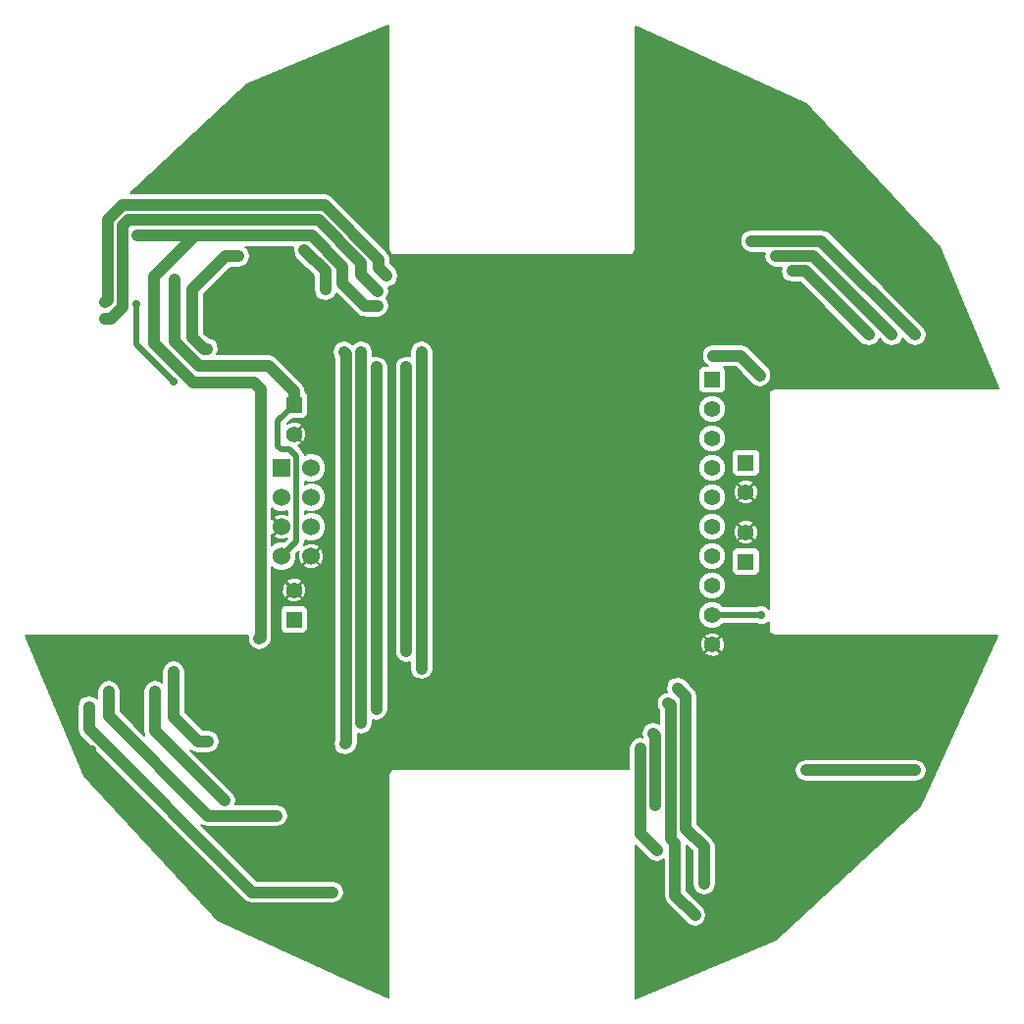
<source format=gbl>
G04 (created by PCBNEW (2013-07-07 BZR 4022)-stable) date 12/08/2015 01:07:20*
%MOIN*%
G04 Gerber Fmt 3.4, Leading zero omitted, Abs format*
%FSLAX34Y34*%
G01*
G70*
G90*
G04 APERTURE LIST*
%ADD10C,0.00590551*%
%ADD11R,0.055X0.055*%
%ADD12C,0.055*%
%ADD13R,0.06X0.06*%
%ADD14C,0.06*%
%ADD15C,0.0275591*%
%ADD16C,0.019685*%
%ADD17C,0.0393701*%
%ADD18C,0.0275591*%
%ADD19C,0.00787402*%
G04 APERTURE END LIST*
G54D10*
G54D11*
X86692Y-60736D03*
G54D12*
X86692Y-59736D03*
G54D11*
X86692Y-57374D03*
G54D12*
X86692Y-58374D03*
G54D11*
X85551Y-54555D03*
G54D12*
X85551Y-55555D03*
X85551Y-56555D03*
X85551Y-57555D03*
X85551Y-58555D03*
X85551Y-59555D03*
X85551Y-60555D03*
X85551Y-61555D03*
X85551Y-62555D03*
X85551Y-63555D03*
G54D13*
X70917Y-57555D03*
G54D14*
X71917Y-57555D03*
X70917Y-58555D03*
X71917Y-58555D03*
X70917Y-59555D03*
X71917Y-59555D03*
X70917Y-60555D03*
X71917Y-60555D03*
G54D11*
X71338Y-62704D03*
G54D12*
X71338Y-61704D03*
G54D11*
X71338Y-55405D03*
G54D12*
X71338Y-56405D03*
G54D15*
X67283Y-51141D03*
X87165Y-54409D03*
X85590Y-53740D03*
X87204Y-62559D03*
X67244Y-54606D03*
X65984Y-51968D03*
X86889Y-65314D03*
X86889Y-68346D03*
X85590Y-73818D03*
X85590Y-73385D03*
X69173Y-64212D03*
X64488Y-67598D03*
X68385Y-51692D03*
X69173Y-51692D03*
X68385Y-52952D03*
X69173Y-52952D03*
X68779Y-52322D03*
X87874Y-51732D03*
X87874Y-53031D03*
X88661Y-53031D03*
X88661Y-51771D03*
X88267Y-52401D03*
X68385Y-65078D03*
X69173Y-65078D03*
X69173Y-66338D03*
X68779Y-65708D03*
X68385Y-66338D03*
X71929Y-52874D03*
X71456Y-52874D03*
X85590Y-52795D03*
X93307Y-51023D03*
X93307Y-50551D03*
X88110Y-70236D03*
X88110Y-69842D03*
X88110Y-71181D03*
X88110Y-71614D03*
X64488Y-67125D03*
X71614Y-65354D03*
X64921Y-52480D03*
X75157Y-63779D03*
X75157Y-54133D03*
X85275Y-71692D03*
X84370Y-65039D03*
X74173Y-51535D03*
X91653Y-53031D03*
X87716Y-50354D03*
X69448Y-50354D03*
X74133Y-54133D03*
X74133Y-65748D03*
X68385Y-53503D03*
X70748Y-69370D03*
X65039Y-65157D03*
X71692Y-50157D03*
X72401Y-51496D03*
X73110Y-64212D03*
X92440Y-67834D03*
X88740Y-67834D03*
X73070Y-66929D03*
X73031Y-53622D03*
X68976Y-68858D03*
X66614Y-65157D03*
X75669Y-64370D03*
X75669Y-53622D03*
X84960Y-72755D03*
X84055Y-65551D03*
X74488Y-51023D03*
X86889Y-49842D03*
X92440Y-53031D03*
X64921Y-51929D03*
X74173Y-52047D03*
X88267Y-50866D03*
X90866Y-53031D03*
X66023Y-49645D03*
X83110Y-67086D03*
X83661Y-70551D03*
X67244Y-64488D03*
X68425Y-66850D03*
X70157Y-63346D03*
X83622Y-69015D03*
X73622Y-64685D03*
X83543Y-66574D03*
X73622Y-53622D03*
X73622Y-66220D03*
X64370Y-65669D03*
X72637Y-71968D03*
G54D16*
X70917Y-60555D02*
X71417Y-60055D01*
X70787Y-55956D02*
X71338Y-55405D01*
X70787Y-56811D02*
X70787Y-55956D01*
X70905Y-56929D02*
X70787Y-56811D01*
X71181Y-56929D02*
X70905Y-56929D01*
X71417Y-57165D02*
X71181Y-56929D01*
X71417Y-60055D02*
X71417Y-57165D01*
G54D17*
X71338Y-55405D02*
X71338Y-54960D01*
X71338Y-54960D02*
X70472Y-54094D01*
X70472Y-54094D02*
X68110Y-54094D01*
X68110Y-54094D02*
X67283Y-53267D01*
X67283Y-53267D02*
X67283Y-51141D01*
X87165Y-54409D02*
X86496Y-53740D01*
X86496Y-53740D02*
X85590Y-53740D01*
G54D16*
X85551Y-62555D02*
X87200Y-62555D01*
X87200Y-62555D02*
X87204Y-62559D01*
X65984Y-53346D02*
X67244Y-54606D01*
X65984Y-51968D02*
X65984Y-53346D01*
X68385Y-65078D02*
X69173Y-65078D01*
X69173Y-65078D02*
X69173Y-66338D01*
X69173Y-66338D02*
X68385Y-66338D01*
X68385Y-66338D02*
X68385Y-65078D01*
X87874Y-53031D02*
X88661Y-53031D01*
X69173Y-52952D02*
X68385Y-52952D01*
X69173Y-52952D02*
X69173Y-51692D01*
X68385Y-51692D02*
X69173Y-51692D01*
X68385Y-52952D02*
X68385Y-51692D01*
X68779Y-52086D02*
X69173Y-51692D01*
X68779Y-52322D02*
X68779Y-52086D01*
X68779Y-52322D02*
X68779Y-52559D01*
X68779Y-52559D02*
X68385Y-52952D01*
X68779Y-52559D02*
X69173Y-52952D01*
X68779Y-52322D02*
X68779Y-52086D01*
X68779Y-52322D02*
X68779Y-52086D01*
X87874Y-51732D02*
X88622Y-51732D01*
X88622Y-51732D02*
X88661Y-51771D01*
X88661Y-51771D02*
X88661Y-53031D01*
X87874Y-53031D02*
X87874Y-51732D01*
X88267Y-52401D02*
X88267Y-52165D01*
X88267Y-52401D02*
X88267Y-52637D01*
X88267Y-52637D02*
X87874Y-53031D01*
X88267Y-52637D02*
X88661Y-53031D01*
X88267Y-52165D02*
X88661Y-51771D01*
X88267Y-52401D02*
X88267Y-52165D01*
X88267Y-52401D02*
X88267Y-52165D01*
X68779Y-65708D02*
X68779Y-65472D01*
X68779Y-65472D02*
X68385Y-65078D01*
X68779Y-65472D02*
X69173Y-65078D01*
X68779Y-65708D02*
X68779Y-65944D01*
X68779Y-65944D02*
X69173Y-66338D01*
X68779Y-65944D02*
X68385Y-66338D01*
G54D17*
X65118Y-52480D02*
X65511Y-52086D01*
X64921Y-52480D02*
X65118Y-52480D01*
X75157Y-54133D02*
X75157Y-63779D01*
X85275Y-70433D02*
X85275Y-71692D01*
X84645Y-69803D02*
X85275Y-70433D01*
X84645Y-65314D02*
X84645Y-69803D01*
X84370Y-65039D02*
X84645Y-65314D01*
X65511Y-49330D02*
X65511Y-52086D01*
X72165Y-49133D02*
X65708Y-49133D01*
X73622Y-50590D02*
X72165Y-49133D01*
X73622Y-50984D02*
X73622Y-50590D01*
X74173Y-51535D02*
X73622Y-50984D01*
X65708Y-49133D02*
X65511Y-49330D01*
X88976Y-50354D02*
X87716Y-50354D01*
X88976Y-50354D02*
X91653Y-53031D01*
X69448Y-50354D02*
X69015Y-50354D01*
X69015Y-50354D02*
X67874Y-51496D01*
X67874Y-51496D02*
X67874Y-53110D01*
X74133Y-65748D02*
X74133Y-54133D01*
X67874Y-53110D02*
X68267Y-53503D01*
X68267Y-53503D02*
X68385Y-53503D01*
X65039Y-65157D02*
X65039Y-65984D01*
X68425Y-69370D02*
X70748Y-69370D01*
X65039Y-65984D02*
X68425Y-69370D01*
X65039Y-65157D02*
X65039Y-65157D01*
X72401Y-50866D02*
X71692Y-50157D01*
X72401Y-51496D02*
X72401Y-50866D01*
X88740Y-67834D02*
X92440Y-67834D01*
X73110Y-66889D02*
X73070Y-66929D01*
X73110Y-53700D02*
X73110Y-64212D01*
X73110Y-64212D02*
X73110Y-66259D01*
X73031Y-53622D02*
X73110Y-53700D01*
X73110Y-66259D02*
X73110Y-66889D01*
X66614Y-66496D02*
X68976Y-68858D01*
X66614Y-65157D02*
X66614Y-66496D01*
X68976Y-68858D02*
X68976Y-68858D01*
X66614Y-65157D02*
X66614Y-65157D01*
X75669Y-53622D02*
X75669Y-64370D01*
X84291Y-72086D02*
X84960Y-72755D01*
X84291Y-70314D02*
X84291Y-72086D01*
X84133Y-70157D02*
X84291Y-70314D01*
X84133Y-65629D02*
X84133Y-70157D01*
X84055Y-65551D02*
X84133Y-65629D01*
X72362Y-48622D02*
X66102Y-48622D01*
X74212Y-50472D02*
X72362Y-48622D01*
X74212Y-50748D02*
X74212Y-50472D01*
X74488Y-51023D02*
X74212Y-50748D01*
X65511Y-48622D02*
X65000Y-49133D01*
X65000Y-49133D02*
X65000Y-51850D01*
X65000Y-51850D02*
X64921Y-51929D01*
X66102Y-48622D02*
X65511Y-48622D01*
X89251Y-49842D02*
X86889Y-49842D01*
X92440Y-53031D02*
X89251Y-49842D01*
G54D18*
X64921Y-51929D02*
X64921Y-51929D01*
G54D17*
X74173Y-52047D02*
X73740Y-52047D01*
X73740Y-52047D02*
X72992Y-51299D01*
X72992Y-51299D02*
X72992Y-50708D01*
X72992Y-50708D02*
X71929Y-49645D01*
X71929Y-49645D02*
X67992Y-49645D01*
X88700Y-50866D02*
X88267Y-50866D01*
X90866Y-53031D02*
X88700Y-50866D01*
X67992Y-49645D02*
X66023Y-49645D01*
X66574Y-53307D02*
X66574Y-51062D01*
X66574Y-51062D02*
X67992Y-49645D01*
X83110Y-70000D02*
X83661Y-70551D01*
X83110Y-68503D02*
X83110Y-70000D01*
X83110Y-68503D02*
X83110Y-67086D01*
X67244Y-66023D02*
X68070Y-66850D01*
X67244Y-64488D02*
X67244Y-66023D01*
X68070Y-66850D02*
X68425Y-66850D01*
X69960Y-54645D02*
X67913Y-54645D01*
X67913Y-54645D02*
X66574Y-53307D01*
X69960Y-54645D02*
X70196Y-54881D01*
X70196Y-63307D02*
X70157Y-63346D01*
X70196Y-54881D02*
X70196Y-63307D01*
X83543Y-66574D02*
X83622Y-66653D01*
X83622Y-66653D02*
X83622Y-69015D01*
X73622Y-53622D02*
X73622Y-64685D01*
X73622Y-64685D02*
X73622Y-66220D01*
X64370Y-65669D02*
X64370Y-66417D01*
X64370Y-66417D02*
X69921Y-71968D01*
X69921Y-71968D02*
X72637Y-71968D01*
G54D10*
G36*
X71122Y-59166D02*
X71011Y-59118D01*
X70837Y-59115D01*
X70675Y-59179D01*
X70662Y-59188D01*
X70633Y-59256D01*
X70917Y-59541D01*
X70922Y-59535D01*
X70936Y-59549D01*
X70931Y-59555D01*
X70936Y-59560D01*
X70922Y-59574D01*
X70917Y-59569D01*
X70633Y-59853D01*
X70662Y-59921D01*
X70822Y-59991D01*
X70996Y-59994D01*
X71101Y-59952D01*
X70996Y-60058D01*
X70818Y-60058D01*
X70636Y-60133D01*
X70590Y-60179D01*
X70590Y-59826D01*
X70619Y-59839D01*
X70903Y-59555D01*
X70619Y-59270D01*
X70590Y-59283D01*
X70590Y-58931D01*
X70635Y-58976D01*
X70818Y-59051D01*
X71015Y-59052D01*
X71122Y-59008D01*
X71122Y-59166D01*
X71122Y-59166D01*
G37*
G54D19*
X71122Y-59166D02*
X71011Y-59118D01*
X70837Y-59115D01*
X70675Y-59179D01*
X70662Y-59188D01*
X70633Y-59256D01*
X70917Y-59541D01*
X70922Y-59535D01*
X70936Y-59549D01*
X70931Y-59555D01*
X70936Y-59560D01*
X70922Y-59574D01*
X70917Y-59569D01*
X70633Y-59853D01*
X70662Y-59921D01*
X70822Y-59991D01*
X70996Y-59994D01*
X71101Y-59952D01*
X70996Y-60058D01*
X70818Y-60058D01*
X70636Y-60133D01*
X70590Y-60179D01*
X70590Y-59826D01*
X70619Y-59839D01*
X70903Y-59555D01*
X70619Y-59270D01*
X70590Y-59283D01*
X70590Y-58931D01*
X70635Y-58976D01*
X70818Y-59051D01*
X71015Y-59052D01*
X71122Y-59008D01*
X71122Y-59166D01*
G54D10*
G36*
X95266Y-54862D02*
X92834Y-54862D01*
X92834Y-53031D01*
X92804Y-52880D01*
X92719Y-52753D01*
X89530Y-49564D01*
X89402Y-49478D01*
X89251Y-49448D01*
X86889Y-49448D01*
X86739Y-49478D01*
X86611Y-49564D01*
X86526Y-49691D01*
X86496Y-49842D01*
X86526Y-49993D01*
X86611Y-50120D01*
X86739Y-50206D01*
X86889Y-50236D01*
X87346Y-50236D01*
X87322Y-50354D01*
X87352Y-50504D01*
X87438Y-50632D01*
X87565Y-50718D01*
X87716Y-50748D01*
X87897Y-50748D01*
X87874Y-50866D01*
X87903Y-51016D01*
X87989Y-51144D01*
X88117Y-51229D01*
X88267Y-51259D01*
X88537Y-51259D01*
X90587Y-53309D01*
X90715Y-53395D01*
X90866Y-53425D01*
X91016Y-53395D01*
X91144Y-53309D01*
X91229Y-53182D01*
X91232Y-53167D01*
X91375Y-53309D01*
X91502Y-53395D01*
X91653Y-53425D01*
X91804Y-53395D01*
X91931Y-53309D01*
X92017Y-53182D01*
X92020Y-53167D01*
X92162Y-53309D01*
X92290Y-53395D01*
X92440Y-53425D01*
X92591Y-53395D01*
X92719Y-53309D01*
X92804Y-53182D01*
X92834Y-53031D01*
X92834Y-54862D01*
X87677Y-54862D01*
X87594Y-54878D01*
X87559Y-54902D01*
X87559Y-54409D01*
X87529Y-54258D01*
X87443Y-54131D01*
X86774Y-53461D01*
X86646Y-53376D01*
X86496Y-53346D01*
X85590Y-53346D01*
X85439Y-53376D01*
X85312Y-53461D01*
X85226Y-53589D01*
X85196Y-53740D01*
X85226Y-53890D01*
X85312Y-54018D01*
X85408Y-54083D01*
X85237Y-54083D01*
X85164Y-54113D01*
X85109Y-54168D01*
X85079Y-54240D01*
X85079Y-54319D01*
X85079Y-54869D01*
X85109Y-54941D01*
X85164Y-54996D01*
X85236Y-55026D01*
X85315Y-55027D01*
X85865Y-55027D01*
X85937Y-54997D01*
X85992Y-54941D01*
X86022Y-54869D01*
X86023Y-54791D01*
X86023Y-54241D01*
X85993Y-54168D01*
X85958Y-54133D01*
X86332Y-54133D01*
X86886Y-54687D01*
X87014Y-54773D01*
X87165Y-54803D01*
X87316Y-54773D01*
X87443Y-54687D01*
X87529Y-54560D01*
X87559Y-54409D01*
X87559Y-54902D01*
X87524Y-54925D01*
X87477Y-54995D01*
X87460Y-55078D01*
X87460Y-62341D01*
X87394Y-62275D01*
X87271Y-62224D01*
X87164Y-62224D01*
X87164Y-60972D01*
X87164Y-60422D01*
X87164Y-57610D01*
X87164Y-57060D01*
X87134Y-56987D01*
X87079Y-56932D01*
X87007Y-56902D01*
X86928Y-56902D01*
X86378Y-56902D01*
X86306Y-56932D01*
X86251Y-56987D01*
X86221Y-57059D01*
X86221Y-57138D01*
X86221Y-57688D01*
X86250Y-57760D01*
X86306Y-57815D01*
X86378Y-57845D01*
X86456Y-57845D01*
X87006Y-57845D01*
X87079Y-57815D01*
X87134Y-57760D01*
X87164Y-57688D01*
X87164Y-57610D01*
X87164Y-60422D01*
X87134Y-60349D01*
X87106Y-60321D01*
X87106Y-59660D01*
X87106Y-58298D01*
X87046Y-58145D01*
X87039Y-58134D01*
X86973Y-58107D01*
X86959Y-58121D01*
X86959Y-58093D01*
X86932Y-58027D01*
X86781Y-57962D01*
X86617Y-57959D01*
X86464Y-58020D01*
X86453Y-58027D01*
X86426Y-58093D01*
X86692Y-58360D01*
X86959Y-58093D01*
X86959Y-58121D01*
X86706Y-58374D01*
X86973Y-58640D01*
X87039Y-58613D01*
X87104Y-58462D01*
X87106Y-58298D01*
X87106Y-59660D01*
X87046Y-59507D01*
X87039Y-59496D01*
X86973Y-59470D01*
X86959Y-59483D01*
X86959Y-59456D01*
X86959Y-58654D01*
X86692Y-58387D01*
X86678Y-58401D01*
X86678Y-58374D01*
X86412Y-58107D01*
X86346Y-58134D01*
X86281Y-58285D01*
X86278Y-58449D01*
X86339Y-58602D01*
X86346Y-58613D01*
X86412Y-58640D01*
X86678Y-58374D01*
X86678Y-58401D01*
X86426Y-58654D01*
X86453Y-58720D01*
X86604Y-58785D01*
X86768Y-58788D01*
X86921Y-58727D01*
X86932Y-58720D01*
X86959Y-58654D01*
X86959Y-59456D01*
X86932Y-59390D01*
X86781Y-59324D01*
X86617Y-59322D01*
X86464Y-59382D01*
X86453Y-59390D01*
X86426Y-59456D01*
X86692Y-59722D01*
X86959Y-59456D01*
X86959Y-59483D01*
X86706Y-59736D01*
X86973Y-60002D01*
X87039Y-59975D01*
X87104Y-59824D01*
X87106Y-59660D01*
X87106Y-60321D01*
X87079Y-60294D01*
X87007Y-60264D01*
X86959Y-60264D01*
X86959Y-60016D01*
X86692Y-59750D01*
X86678Y-59764D01*
X86678Y-59736D01*
X86412Y-59470D01*
X86346Y-59496D01*
X86281Y-59647D01*
X86278Y-59811D01*
X86339Y-59964D01*
X86346Y-59975D01*
X86412Y-60002D01*
X86678Y-59736D01*
X86678Y-59764D01*
X86426Y-60016D01*
X86453Y-60082D01*
X86604Y-60147D01*
X86768Y-60150D01*
X86921Y-60089D01*
X86932Y-60082D01*
X86959Y-60016D01*
X86959Y-60264D01*
X86928Y-60264D01*
X86378Y-60264D01*
X86306Y-60294D01*
X86251Y-60349D01*
X86221Y-60421D01*
X86221Y-60500D01*
X86221Y-61050D01*
X86250Y-61122D01*
X86306Y-61178D01*
X86378Y-61208D01*
X86456Y-61208D01*
X87006Y-61208D01*
X87079Y-61178D01*
X87134Y-61122D01*
X87164Y-61050D01*
X87164Y-60972D01*
X87164Y-62224D01*
X87138Y-62224D01*
X87052Y-62259D01*
X86023Y-62259D01*
X86023Y-61461D01*
X86023Y-60461D01*
X86023Y-59461D01*
X86023Y-58461D01*
X86023Y-57461D01*
X86023Y-56461D01*
X86023Y-55461D01*
X85951Y-55288D01*
X85818Y-55155D01*
X85645Y-55083D01*
X85457Y-55083D01*
X85284Y-55154D01*
X85151Y-55287D01*
X85079Y-55460D01*
X85079Y-55648D01*
X85150Y-55822D01*
X85283Y-55954D01*
X85456Y-56026D01*
X85644Y-56027D01*
X85818Y-55955D01*
X85950Y-55822D01*
X86022Y-55649D01*
X86023Y-55461D01*
X86023Y-56461D01*
X85951Y-56288D01*
X85818Y-56155D01*
X85645Y-56083D01*
X85457Y-56083D01*
X85284Y-56154D01*
X85151Y-56287D01*
X85079Y-56460D01*
X85079Y-56648D01*
X85150Y-56822D01*
X85283Y-56954D01*
X85456Y-57026D01*
X85644Y-57027D01*
X85818Y-56955D01*
X85950Y-56822D01*
X86022Y-56649D01*
X86023Y-56461D01*
X86023Y-57461D01*
X85951Y-57288D01*
X85818Y-57155D01*
X85645Y-57083D01*
X85457Y-57083D01*
X85284Y-57154D01*
X85151Y-57287D01*
X85079Y-57460D01*
X85079Y-57648D01*
X85150Y-57822D01*
X85283Y-57954D01*
X85456Y-58026D01*
X85644Y-58027D01*
X85818Y-57955D01*
X85950Y-57822D01*
X86022Y-57649D01*
X86023Y-57461D01*
X86023Y-58461D01*
X85951Y-58288D01*
X85818Y-58155D01*
X85645Y-58083D01*
X85457Y-58083D01*
X85284Y-58154D01*
X85151Y-58287D01*
X85079Y-58460D01*
X85079Y-58648D01*
X85150Y-58822D01*
X85283Y-58954D01*
X85456Y-59026D01*
X85644Y-59027D01*
X85818Y-58955D01*
X85950Y-58822D01*
X86022Y-58649D01*
X86023Y-58461D01*
X86023Y-59461D01*
X85951Y-59288D01*
X85818Y-59155D01*
X85645Y-59083D01*
X85457Y-59083D01*
X85284Y-59154D01*
X85151Y-59287D01*
X85079Y-59460D01*
X85079Y-59648D01*
X85150Y-59822D01*
X85283Y-59954D01*
X85456Y-60026D01*
X85644Y-60027D01*
X85818Y-59955D01*
X85950Y-59822D01*
X86022Y-59649D01*
X86023Y-59461D01*
X86023Y-60461D01*
X85951Y-60288D01*
X85818Y-60155D01*
X85645Y-60083D01*
X85457Y-60083D01*
X85284Y-60154D01*
X85151Y-60287D01*
X85079Y-60460D01*
X85079Y-60648D01*
X85150Y-60822D01*
X85283Y-60954D01*
X85456Y-61026D01*
X85644Y-61027D01*
X85818Y-60955D01*
X85950Y-60822D01*
X86022Y-60649D01*
X86023Y-60461D01*
X86023Y-61461D01*
X85951Y-61288D01*
X85818Y-61155D01*
X85645Y-61083D01*
X85457Y-61083D01*
X85284Y-61154D01*
X85151Y-61287D01*
X85079Y-61460D01*
X85079Y-61648D01*
X85150Y-61822D01*
X85283Y-61954D01*
X85456Y-62026D01*
X85644Y-62027D01*
X85818Y-61955D01*
X85950Y-61822D01*
X86022Y-61649D01*
X86023Y-61461D01*
X86023Y-62259D01*
X85923Y-62259D01*
X85818Y-62155D01*
X85645Y-62083D01*
X85457Y-62083D01*
X85284Y-62154D01*
X85151Y-62287D01*
X85079Y-62460D01*
X85079Y-62648D01*
X85150Y-62822D01*
X85283Y-62954D01*
X85456Y-63026D01*
X85644Y-63027D01*
X85818Y-62955D01*
X85923Y-62850D01*
X87033Y-62850D01*
X87137Y-62893D01*
X87270Y-62893D01*
X87394Y-62842D01*
X87460Y-62776D01*
X87460Y-63031D01*
X87477Y-63114D01*
X87524Y-63184D01*
X87594Y-63231D01*
X87677Y-63248D01*
X95250Y-63248D01*
X92834Y-68548D01*
X92834Y-67834D01*
X92804Y-67683D01*
X92719Y-67556D01*
X92591Y-67470D01*
X92440Y-67440D01*
X88740Y-67440D01*
X88589Y-67470D01*
X88461Y-67556D01*
X88376Y-67683D01*
X88346Y-67834D01*
X88376Y-67985D01*
X88461Y-68113D01*
X88589Y-68198D01*
X88740Y-68228D01*
X92440Y-68228D01*
X92591Y-68198D01*
X92719Y-68113D01*
X92804Y-67985D01*
X92834Y-67834D01*
X92834Y-68548D01*
X92610Y-69040D01*
X87719Y-73600D01*
X85965Y-74327D01*
X85965Y-63479D01*
X85904Y-63326D01*
X85897Y-63315D01*
X85831Y-63288D01*
X85817Y-63302D01*
X85817Y-63274D01*
X85790Y-63208D01*
X85639Y-63143D01*
X85475Y-63141D01*
X85322Y-63201D01*
X85311Y-63208D01*
X85284Y-63274D01*
X85551Y-63541D01*
X85817Y-63274D01*
X85817Y-63302D01*
X85565Y-63555D01*
X85831Y-63821D01*
X85897Y-63794D01*
X85962Y-63643D01*
X85965Y-63479D01*
X85965Y-74327D01*
X85817Y-74389D01*
X85817Y-63835D01*
X85551Y-63569D01*
X85537Y-63582D01*
X85537Y-63555D01*
X85271Y-63288D01*
X85204Y-63315D01*
X85139Y-63466D01*
X85137Y-63630D01*
X85197Y-63783D01*
X85204Y-63794D01*
X85271Y-63821D01*
X85537Y-63555D01*
X85537Y-63582D01*
X85284Y-63835D01*
X85311Y-63901D01*
X85462Y-63966D01*
X85626Y-63969D01*
X85779Y-63908D01*
X85790Y-63901D01*
X85817Y-63835D01*
X85817Y-74389D01*
X82933Y-75583D01*
X82933Y-70379D01*
X83383Y-70829D01*
X83510Y-70914D01*
X83661Y-70944D01*
X83812Y-70914D01*
X83897Y-70857D01*
X83897Y-72086D01*
X83927Y-72237D01*
X84012Y-72365D01*
X84682Y-73034D01*
X84809Y-73119D01*
X84960Y-73149D01*
X85111Y-73119D01*
X85239Y-73034D01*
X85324Y-72906D01*
X85354Y-72755D01*
X85324Y-72605D01*
X85239Y-72477D01*
X84685Y-71923D01*
X84685Y-70399D01*
X84881Y-70596D01*
X84881Y-71692D01*
X84911Y-71843D01*
X84997Y-71971D01*
X85124Y-72056D01*
X85275Y-72086D01*
X85426Y-72056D01*
X85553Y-71971D01*
X85639Y-71843D01*
X85669Y-71692D01*
X85669Y-70433D01*
X85639Y-70282D01*
X85639Y-70282D01*
X85617Y-70250D01*
X85553Y-70154D01*
X85553Y-70154D01*
X85039Y-69640D01*
X85039Y-65314D01*
X85009Y-65164D01*
X85009Y-65164D01*
X84924Y-65036D01*
X84924Y-65036D01*
X84648Y-64760D01*
X84520Y-64675D01*
X84370Y-64645D01*
X84219Y-64675D01*
X84091Y-64760D01*
X84006Y-64888D01*
X83976Y-65039D01*
X84001Y-65168D01*
X83904Y-65187D01*
X83776Y-65272D01*
X83691Y-65400D01*
X83661Y-65551D01*
X83691Y-65701D01*
X83740Y-65774D01*
X83740Y-66241D01*
X83693Y-66211D01*
X83543Y-66181D01*
X83392Y-66211D01*
X83264Y-66296D01*
X83179Y-66424D01*
X83149Y-66574D01*
X83175Y-66705D01*
X83110Y-66692D01*
X82959Y-66722D01*
X82831Y-66808D01*
X82746Y-66935D01*
X82716Y-67086D01*
X82716Y-67775D01*
X76062Y-67775D01*
X76062Y-64370D01*
X76062Y-53622D01*
X76033Y-53471D01*
X75947Y-53343D01*
X75819Y-53258D01*
X75669Y-53228D01*
X75518Y-53258D01*
X75390Y-53343D01*
X75305Y-53471D01*
X75275Y-53622D01*
X75275Y-53763D01*
X75157Y-53740D01*
X75006Y-53770D01*
X74879Y-53855D01*
X74793Y-53983D01*
X74763Y-54133D01*
X74763Y-63779D01*
X74793Y-63930D01*
X74879Y-64057D01*
X75006Y-64143D01*
X75157Y-64173D01*
X75275Y-64149D01*
X75275Y-64370D01*
X75305Y-64520D01*
X75390Y-64648D01*
X75518Y-64733D01*
X75669Y-64763D01*
X75819Y-64733D01*
X75947Y-64648D01*
X76033Y-64520D01*
X76062Y-64370D01*
X76062Y-67775D01*
X74763Y-67775D01*
X74680Y-67792D01*
X74610Y-67839D01*
X74563Y-67909D01*
X74547Y-67992D01*
X74547Y-75565D01*
X74527Y-75556D01*
X74527Y-65748D01*
X74527Y-54133D01*
X74497Y-53983D01*
X74412Y-53855D01*
X74284Y-53770D01*
X74133Y-53740D01*
X74015Y-53763D01*
X74015Y-53622D01*
X73985Y-53471D01*
X73900Y-53343D01*
X73772Y-53258D01*
X73622Y-53228D01*
X73471Y-53258D01*
X73343Y-53343D01*
X73330Y-53363D01*
X73309Y-53343D01*
X73182Y-53258D01*
X73031Y-53228D01*
X72880Y-53258D01*
X72753Y-53343D01*
X72667Y-53471D01*
X72637Y-53622D01*
X72667Y-53772D01*
X72716Y-53845D01*
X72716Y-64212D01*
X72716Y-66259D01*
X72716Y-66764D01*
X72707Y-66778D01*
X72677Y-66929D01*
X72707Y-67079D01*
X72792Y-67207D01*
X72920Y-67292D01*
X73070Y-67322D01*
X73221Y-67292D01*
X73349Y-67207D01*
X73388Y-67168D01*
X73473Y-67040D01*
X73473Y-67040D01*
X73503Y-66889D01*
X73503Y-66590D01*
X73622Y-66614D01*
X73772Y-66584D01*
X73900Y-66498D01*
X73985Y-66371D01*
X74015Y-66220D01*
X74015Y-66118D01*
X74133Y-66141D01*
X74284Y-66111D01*
X74412Y-66026D01*
X74497Y-65898D01*
X74527Y-65748D01*
X74527Y-75556D01*
X73031Y-74874D01*
X73031Y-71968D01*
X73001Y-71817D01*
X72916Y-71690D01*
X72788Y-71604D01*
X72637Y-71574D01*
X72356Y-71574D01*
X72356Y-60475D01*
X72292Y-60313D01*
X72284Y-60300D01*
X72215Y-60270D01*
X71931Y-60555D01*
X72215Y-60839D01*
X72284Y-60809D01*
X72353Y-60649D01*
X72356Y-60475D01*
X72356Y-71574D01*
X72201Y-71574D01*
X72201Y-60853D01*
X71917Y-60569D01*
X71633Y-60853D01*
X71662Y-60921D01*
X71822Y-60991D01*
X71996Y-60994D01*
X72158Y-60930D01*
X72171Y-60921D01*
X72201Y-60853D01*
X72201Y-71574D01*
X71810Y-71574D01*
X71810Y-62940D01*
X71810Y-62390D01*
X71780Y-62318D01*
X71752Y-62290D01*
X71752Y-61629D01*
X71692Y-61476D01*
X71684Y-61465D01*
X71618Y-61438D01*
X71604Y-61452D01*
X71604Y-61424D01*
X71577Y-61358D01*
X71427Y-61293D01*
X71263Y-61290D01*
X71110Y-61351D01*
X71099Y-61358D01*
X71072Y-61424D01*
X71338Y-61690D01*
X71604Y-61424D01*
X71604Y-61452D01*
X71352Y-61704D01*
X71618Y-61970D01*
X71684Y-61944D01*
X71750Y-61793D01*
X71752Y-61629D01*
X71752Y-62290D01*
X71725Y-62262D01*
X71652Y-62232D01*
X71604Y-62232D01*
X71604Y-61984D01*
X71338Y-61718D01*
X71324Y-61732D01*
X71324Y-61704D01*
X71058Y-61438D01*
X70992Y-61465D01*
X70927Y-61616D01*
X70924Y-61780D01*
X70984Y-61932D01*
X70992Y-61944D01*
X71058Y-61970D01*
X71324Y-61704D01*
X71324Y-61732D01*
X71072Y-61984D01*
X71099Y-62050D01*
X71249Y-62116D01*
X71414Y-62118D01*
X71566Y-62058D01*
X71577Y-62050D01*
X71604Y-61984D01*
X71604Y-62232D01*
X71574Y-62232D01*
X71024Y-62232D01*
X70952Y-62262D01*
X70896Y-62318D01*
X70866Y-62390D01*
X70866Y-62468D01*
X70866Y-63018D01*
X70896Y-63091D01*
X70951Y-63146D01*
X71024Y-63176D01*
X71102Y-63176D01*
X71652Y-63176D01*
X71724Y-63146D01*
X71780Y-63091D01*
X71810Y-63019D01*
X71810Y-62940D01*
X71810Y-71574D01*
X70084Y-71574D01*
X68180Y-69671D01*
X68242Y-69712D01*
X68274Y-69733D01*
X68274Y-69733D01*
X68425Y-69763D01*
X70748Y-69763D01*
X70898Y-69733D01*
X71026Y-69648D01*
X71111Y-69520D01*
X71141Y-69370D01*
X71111Y-69219D01*
X71026Y-69091D01*
X70898Y-69006D01*
X70748Y-68976D01*
X69346Y-68976D01*
X69370Y-68858D01*
X69340Y-68707D01*
X69340Y-68707D01*
X69254Y-68579D01*
X67826Y-67151D01*
X67920Y-67214D01*
X67920Y-67214D01*
X68070Y-67244D01*
X68425Y-67244D01*
X68575Y-67214D01*
X68703Y-67128D01*
X68788Y-67001D01*
X68818Y-66850D01*
X68788Y-66699D01*
X68703Y-66572D01*
X68575Y-66486D01*
X68425Y-66456D01*
X68233Y-66456D01*
X67637Y-65860D01*
X67637Y-64488D01*
X67607Y-64337D01*
X67522Y-64209D01*
X67394Y-64124D01*
X67244Y-64094D01*
X67093Y-64124D01*
X66965Y-64209D01*
X66880Y-64337D01*
X66850Y-64488D01*
X66850Y-64850D01*
X66764Y-64793D01*
X66614Y-64763D01*
X66463Y-64793D01*
X66335Y-64879D01*
X66250Y-65006D01*
X66220Y-65157D01*
X66220Y-66496D01*
X66248Y-66636D01*
X65433Y-65821D01*
X65433Y-65157D01*
X65403Y-65006D01*
X65317Y-64879D01*
X65190Y-64793D01*
X65039Y-64763D01*
X64888Y-64793D01*
X64760Y-64879D01*
X64675Y-65006D01*
X64645Y-65157D01*
X64645Y-65389D01*
X64520Y-65305D01*
X64370Y-65275D01*
X64219Y-65305D01*
X64091Y-65390D01*
X64006Y-65518D01*
X63976Y-65669D01*
X63976Y-66417D01*
X64006Y-66567D01*
X64091Y-66695D01*
X69642Y-72246D01*
X69770Y-72332D01*
X69770Y-72332D01*
X69921Y-72362D01*
X72637Y-72362D01*
X72788Y-72332D01*
X72916Y-72246D01*
X73001Y-72119D01*
X73031Y-71968D01*
X73031Y-74874D01*
X68754Y-72925D01*
X64194Y-68034D01*
X62211Y-63248D01*
X69783Y-63248D01*
X69763Y-63346D01*
X69793Y-63497D01*
X69879Y-63624D01*
X70006Y-63710D01*
X70157Y-63740D01*
X70308Y-63710D01*
X70435Y-63624D01*
X70475Y-63585D01*
X70560Y-63457D01*
X70560Y-63457D01*
X70590Y-63307D01*
X70590Y-60931D01*
X70635Y-60976D01*
X70818Y-61051D01*
X71015Y-61052D01*
X71198Y-60976D01*
X71338Y-60836D01*
X71414Y-60654D01*
X71414Y-60475D01*
X71520Y-60369D01*
X71481Y-60460D01*
X71478Y-60634D01*
X71541Y-60796D01*
X71550Y-60809D01*
X71619Y-60839D01*
X71903Y-60555D01*
X71897Y-60549D01*
X71911Y-60535D01*
X71917Y-60541D01*
X72201Y-60256D01*
X72171Y-60188D01*
X72011Y-60118D01*
X71837Y-60115D01*
X71684Y-60176D01*
X71690Y-60168D01*
X71712Y-60055D01*
X71712Y-60008D01*
X71818Y-60051D01*
X72015Y-60052D01*
X72198Y-59976D01*
X72338Y-59836D01*
X72414Y-59654D01*
X72414Y-59456D01*
X72338Y-59274D01*
X72199Y-59134D01*
X72016Y-59058D01*
X71818Y-59058D01*
X71712Y-59102D01*
X71712Y-59008D01*
X71818Y-59051D01*
X72015Y-59052D01*
X72198Y-58976D01*
X72338Y-58836D01*
X72414Y-58654D01*
X72414Y-58456D01*
X72338Y-58274D01*
X72199Y-58134D01*
X72016Y-58058D01*
X71818Y-58058D01*
X71712Y-58102D01*
X71712Y-58008D01*
X71818Y-58051D01*
X72015Y-58052D01*
X72198Y-57976D01*
X72338Y-57836D01*
X72414Y-57654D01*
X72414Y-57456D01*
X72338Y-57274D01*
X72199Y-57134D01*
X72016Y-57058D01*
X71818Y-57058D01*
X71752Y-57085D01*
X71752Y-56329D01*
X71692Y-56177D01*
X71684Y-56166D01*
X71618Y-56139D01*
X71352Y-56405D01*
X71618Y-56671D01*
X71684Y-56644D01*
X71750Y-56494D01*
X71752Y-56329D01*
X71752Y-57085D01*
X71700Y-57106D01*
X71690Y-57052D01*
X71626Y-56956D01*
X71467Y-56798D01*
X71566Y-56759D01*
X71577Y-56751D01*
X71604Y-56685D01*
X71338Y-56419D01*
X71333Y-56424D01*
X71319Y-56411D01*
X71324Y-56405D01*
X71319Y-56399D01*
X71333Y-56386D01*
X71338Y-56391D01*
X71604Y-56125D01*
X71577Y-56059D01*
X71427Y-55994D01*
X71263Y-55991D01*
X71110Y-56051D01*
X71108Y-56053D01*
X71284Y-55877D01*
X71652Y-55877D01*
X71724Y-55847D01*
X71780Y-55792D01*
X71810Y-55719D01*
X71810Y-55641D01*
X71810Y-55091D01*
X71780Y-55019D01*
X71732Y-54970D01*
X71732Y-54960D01*
X71732Y-54960D01*
X71732Y-54960D01*
X71724Y-54923D01*
X71702Y-54809D01*
X71702Y-54809D01*
X71680Y-54777D01*
X71616Y-54682D01*
X71616Y-54682D01*
X70750Y-53816D01*
X70623Y-53730D01*
X70472Y-53700D01*
X68718Y-53700D01*
X68749Y-53654D01*
X68779Y-53503D01*
X68749Y-53353D01*
X68664Y-53225D01*
X68536Y-53140D01*
X68441Y-53121D01*
X68267Y-52947D01*
X68267Y-51659D01*
X69178Y-50748D01*
X69448Y-50748D01*
X69599Y-50718D01*
X69727Y-50632D01*
X69812Y-50504D01*
X69842Y-50354D01*
X69812Y-50203D01*
X69727Y-50075D01*
X69672Y-50039D01*
X71322Y-50039D01*
X71299Y-50157D01*
X71329Y-50308D01*
X71414Y-50435D01*
X72007Y-51029D01*
X72007Y-51496D01*
X72037Y-51646D01*
X72123Y-51774D01*
X72250Y-51859D01*
X72401Y-51889D01*
X72552Y-51859D01*
X72679Y-51774D01*
X72765Y-51646D01*
X72768Y-51632D01*
X73461Y-52325D01*
X73461Y-52325D01*
X73557Y-52389D01*
X73589Y-52410D01*
X73589Y-52410D01*
X73702Y-52433D01*
X73740Y-52440D01*
X73740Y-52440D01*
X73740Y-52440D01*
X74173Y-52440D01*
X74323Y-52410D01*
X74451Y-52325D01*
X74536Y-52197D01*
X74566Y-52047D01*
X74536Y-51896D01*
X74466Y-51791D01*
X74536Y-51686D01*
X74566Y-51535D01*
X74541Y-51406D01*
X74638Y-51387D01*
X74766Y-51302D01*
X74851Y-51174D01*
X74881Y-51023D01*
X74851Y-50872D01*
X74766Y-50745D01*
X74606Y-50584D01*
X74606Y-50472D01*
X74606Y-50472D01*
X74606Y-50472D01*
X74598Y-50435D01*
X74576Y-50321D01*
X74576Y-50321D01*
X74554Y-50289D01*
X74490Y-50194D01*
X74490Y-50194D01*
X72640Y-48343D01*
X72512Y-48258D01*
X72362Y-48228D01*
X66102Y-48228D01*
X65767Y-48228D01*
X69747Y-44517D01*
X74547Y-42528D01*
X74547Y-50118D01*
X74563Y-50200D01*
X74610Y-50271D01*
X74680Y-50318D01*
X74763Y-50334D01*
X82716Y-50334D01*
X82799Y-50318D01*
X82869Y-50271D01*
X82916Y-50200D01*
X82933Y-50118D01*
X82933Y-42541D01*
X88727Y-45181D01*
X93278Y-50062D01*
X95266Y-54862D01*
X95266Y-54862D01*
G37*
G54D19*
X95266Y-54862D02*
X92834Y-54862D01*
X92834Y-53031D01*
X92804Y-52880D01*
X92719Y-52753D01*
X89530Y-49564D01*
X89402Y-49478D01*
X89251Y-49448D01*
X86889Y-49448D01*
X86739Y-49478D01*
X86611Y-49564D01*
X86526Y-49691D01*
X86496Y-49842D01*
X86526Y-49993D01*
X86611Y-50120D01*
X86739Y-50206D01*
X86889Y-50236D01*
X87346Y-50236D01*
X87322Y-50354D01*
X87352Y-50504D01*
X87438Y-50632D01*
X87565Y-50718D01*
X87716Y-50748D01*
X87897Y-50748D01*
X87874Y-50866D01*
X87903Y-51016D01*
X87989Y-51144D01*
X88117Y-51229D01*
X88267Y-51259D01*
X88537Y-51259D01*
X90587Y-53309D01*
X90715Y-53395D01*
X90866Y-53425D01*
X91016Y-53395D01*
X91144Y-53309D01*
X91229Y-53182D01*
X91232Y-53167D01*
X91375Y-53309D01*
X91502Y-53395D01*
X91653Y-53425D01*
X91804Y-53395D01*
X91931Y-53309D01*
X92017Y-53182D01*
X92020Y-53167D01*
X92162Y-53309D01*
X92290Y-53395D01*
X92440Y-53425D01*
X92591Y-53395D01*
X92719Y-53309D01*
X92804Y-53182D01*
X92834Y-53031D01*
X92834Y-54862D01*
X87677Y-54862D01*
X87594Y-54878D01*
X87559Y-54902D01*
X87559Y-54409D01*
X87529Y-54258D01*
X87443Y-54131D01*
X86774Y-53461D01*
X86646Y-53376D01*
X86496Y-53346D01*
X85590Y-53346D01*
X85439Y-53376D01*
X85312Y-53461D01*
X85226Y-53589D01*
X85196Y-53740D01*
X85226Y-53890D01*
X85312Y-54018D01*
X85408Y-54083D01*
X85237Y-54083D01*
X85164Y-54113D01*
X85109Y-54168D01*
X85079Y-54240D01*
X85079Y-54319D01*
X85079Y-54869D01*
X85109Y-54941D01*
X85164Y-54996D01*
X85236Y-55026D01*
X85315Y-55027D01*
X85865Y-55027D01*
X85937Y-54997D01*
X85992Y-54941D01*
X86022Y-54869D01*
X86023Y-54791D01*
X86023Y-54241D01*
X85993Y-54168D01*
X85958Y-54133D01*
X86332Y-54133D01*
X86886Y-54687D01*
X87014Y-54773D01*
X87165Y-54803D01*
X87316Y-54773D01*
X87443Y-54687D01*
X87529Y-54560D01*
X87559Y-54409D01*
X87559Y-54902D01*
X87524Y-54925D01*
X87477Y-54995D01*
X87460Y-55078D01*
X87460Y-62341D01*
X87394Y-62275D01*
X87271Y-62224D01*
X87164Y-62224D01*
X87164Y-60972D01*
X87164Y-60422D01*
X87164Y-57610D01*
X87164Y-57060D01*
X87134Y-56987D01*
X87079Y-56932D01*
X87007Y-56902D01*
X86928Y-56902D01*
X86378Y-56902D01*
X86306Y-56932D01*
X86251Y-56987D01*
X86221Y-57059D01*
X86221Y-57138D01*
X86221Y-57688D01*
X86250Y-57760D01*
X86306Y-57815D01*
X86378Y-57845D01*
X86456Y-57845D01*
X87006Y-57845D01*
X87079Y-57815D01*
X87134Y-57760D01*
X87164Y-57688D01*
X87164Y-57610D01*
X87164Y-60422D01*
X87134Y-60349D01*
X87106Y-60321D01*
X87106Y-59660D01*
X87106Y-58298D01*
X87046Y-58145D01*
X87039Y-58134D01*
X86973Y-58107D01*
X86959Y-58121D01*
X86959Y-58093D01*
X86932Y-58027D01*
X86781Y-57962D01*
X86617Y-57959D01*
X86464Y-58020D01*
X86453Y-58027D01*
X86426Y-58093D01*
X86692Y-58360D01*
X86959Y-58093D01*
X86959Y-58121D01*
X86706Y-58374D01*
X86973Y-58640D01*
X87039Y-58613D01*
X87104Y-58462D01*
X87106Y-58298D01*
X87106Y-59660D01*
X87046Y-59507D01*
X87039Y-59496D01*
X86973Y-59470D01*
X86959Y-59483D01*
X86959Y-59456D01*
X86959Y-58654D01*
X86692Y-58387D01*
X86678Y-58401D01*
X86678Y-58374D01*
X86412Y-58107D01*
X86346Y-58134D01*
X86281Y-58285D01*
X86278Y-58449D01*
X86339Y-58602D01*
X86346Y-58613D01*
X86412Y-58640D01*
X86678Y-58374D01*
X86678Y-58401D01*
X86426Y-58654D01*
X86453Y-58720D01*
X86604Y-58785D01*
X86768Y-58788D01*
X86921Y-58727D01*
X86932Y-58720D01*
X86959Y-58654D01*
X86959Y-59456D01*
X86932Y-59390D01*
X86781Y-59324D01*
X86617Y-59322D01*
X86464Y-59382D01*
X86453Y-59390D01*
X86426Y-59456D01*
X86692Y-59722D01*
X86959Y-59456D01*
X86959Y-59483D01*
X86706Y-59736D01*
X86973Y-60002D01*
X87039Y-59975D01*
X87104Y-59824D01*
X87106Y-59660D01*
X87106Y-60321D01*
X87079Y-60294D01*
X87007Y-60264D01*
X86959Y-60264D01*
X86959Y-60016D01*
X86692Y-59750D01*
X86678Y-59764D01*
X86678Y-59736D01*
X86412Y-59470D01*
X86346Y-59496D01*
X86281Y-59647D01*
X86278Y-59811D01*
X86339Y-59964D01*
X86346Y-59975D01*
X86412Y-60002D01*
X86678Y-59736D01*
X86678Y-59764D01*
X86426Y-60016D01*
X86453Y-60082D01*
X86604Y-60147D01*
X86768Y-60150D01*
X86921Y-60089D01*
X86932Y-60082D01*
X86959Y-60016D01*
X86959Y-60264D01*
X86928Y-60264D01*
X86378Y-60264D01*
X86306Y-60294D01*
X86251Y-60349D01*
X86221Y-60421D01*
X86221Y-60500D01*
X86221Y-61050D01*
X86250Y-61122D01*
X86306Y-61178D01*
X86378Y-61208D01*
X86456Y-61208D01*
X87006Y-61208D01*
X87079Y-61178D01*
X87134Y-61122D01*
X87164Y-61050D01*
X87164Y-60972D01*
X87164Y-62224D01*
X87138Y-62224D01*
X87052Y-62259D01*
X86023Y-62259D01*
X86023Y-61461D01*
X86023Y-60461D01*
X86023Y-59461D01*
X86023Y-58461D01*
X86023Y-57461D01*
X86023Y-56461D01*
X86023Y-55461D01*
X85951Y-55288D01*
X85818Y-55155D01*
X85645Y-55083D01*
X85457Y-55083D01*
X85284Y-55154D01*
X85151Y-55287D01*
X85079Y-55460D01*
X85079Y-55648D01*
X85150Y-55822D01*
X85283Y-55954D01*
X85456Y-56026D01*
X85644Y-56027D01*
X85818Y-55955D01*
X85950Y-55822D01*
X86022Y-55649D01*
X86023Y-55461D01*
X86023Y-56461D01*
X85951Y-56288D01*
X85818Y-56155D01*
X85645Y-56083D01*
X85457Y-56083D01*
X85284Y-56154D01*
X85151Y-56287D01*
X85079Y-56460D01*
X85079Y-56648D01*
X85150Y-56822D01*
X85283Y-56954D01*
X85456Y-57026D01*
X85644Y-57027D01*
X85818Y-56955D01*
X85950Y-56822D01*
X86022Y-56649D01*
X86023Y-56461D01*
X86023Y-57461D01*
X85951Y-57288D01*
X85818Y-57155D01*
X85645Y-57083D01*
X85457Y-57083D01*
X85284Y-57154D01*
X85151Y-57287D01*
X85079Y-57460D01*
X85079Y-57648D01*
X85150Y-57822D01*
X85283Y-57954D01*
X85456Y-58026D01*
X85644Y-58027D01*
X85818Y-57955D01*
X85950Y-57822D01*
X86022Y-57649D01*
X86023Y-57461D01*
X86023Y-58461D01*
X85951Y-58288D01*
X85818Y-58155D01*
X85645Y-58083D01*
X85457Y-58083D01*
X85284Y-58154D01*
X85151Y-58287D01*
X85079Y-58460D01*
X85079Y-58648D01*
X85150Y-58822D01*
X85283Y-58954D01*
X85456Y-59026D01*
X85644Y-59027D01*
X85818Y-58955D01*
X85950Y-58822D01*
X86022Y-58649D01*
X86023Y-58461D01*
X86023Y-59461D01*
X85951Y-59288D01*
X85818Y-59155D01*
X85645Y-59083D01*
X85457Y-59083D01*
X85284Y-59154D01*
X85151Y-59287D01*
X85079Y-59460D01*
X85079Y-59648D01*
X85150Y-59822D01*
X85283Y-59954D01*
X85456Y-60026D01*
X85644Y-60027D01*
X85818Y-59955D01*
X85950Y-59822D01*
X86022Y-59649D01*
X86023Y-59461D01*
X86023Y-60461D01*
X85951Y-60288D01*
X85818Y-60155D01*
X85645Y-60083D01*
X85457Y-60083D01*
X85284Y-60154D01*
X85151Y-60287D01*
X85079Y-60460D01*
X85079Y-60648D01*
X85150Y-60822D01*
X85283Y-60954D01*
X85456Y-61026D01*
X85644Y-61027D01*
X85818Y-60955D01*
X85950Y-60822D01*
X86022Y-60649D01*
X86023Y-60461D01*
X86023Y-61461D01*
X85951Y-61288D01*
X85818Y-61155D01*
X85645Y-61083D01*
X85457Y-61083D01*
X85284Y-61154D01*
X85151Y-61287D01*
X85079Y-61460D01*
X85079Y-61648D01*
X85150Y-61822D01*
X85283Y-61954D01*
X85456Y-62026D01*
X85644Y-62027D01*
X85818Y-61955D01*
X85950Y-61822D01*
X86022Y-61649D01*
X86023Y-61461D01*
X86023Y-62259D01*
X85923Y-62259D01*
X85818Y-62155D01*
X85645Y-62083D01*
X85457Y-62083D01*
X85284Y-62154D01*
X85151Y-62287D01*
X85079Y-62460D01*
X85079Y-62648D01*
X85150Y-62822D01*
X85283Y-62954D01*
X85456Y-63026D01*
X85644Y-63027D01*
X85818Y-62955D01*
X85923Y-62850D01*
X87033Y-62850D01*
X87137Y-62893D01*
X87270Y-62893D01*
X87394Y-62842D01*
X87460Y-62776D01*
X87460Y-63031D01*
X87477Y-63114D01*
X87524Y-63184D01*
X87594Y-63231D01*
X87677Y-63248D01*
X95250Y-63248D01*
X92834Y-68548D01*
X92834Y-67834D01*
X92804Y-67683D01*
X92719Y-67556D01*
X92591Y-67470D01*
X92440Y-67440D01*
X88740Y-67440D01*
X88589Y-67470D01*
X88461Y-67556D01*
X88376Y-67683D01*
X88346Y-67834D01*
X88376Y-67985D01*
X88461Y-68113D01*
X88589Y-68198D01*
X88740Y-68228D01*
X92440Y-68228D01*
X92591Y-68198D01*
X92719Y-68113D01*
X92804Y-67985D01*
X92834Y-67834D01*
X92834Y-68548D01*
X92610Y-69040D01*
X87719Y-73600D01*
X85965Y-74327D01*
X85965Y-63479D01*
X85904Y-63326D01*
X85897Y-63315D01*
X85831Y-63288D01*
X85817Y-63302D01*
X85817Y-63274D01*
X85790Y-63208D01*
X85639Y-63143D01*
X85475Y-63141D01*
X85322Y-63201D01*
X85311Y-63208D01*
X85284Y-63274D01*
X85551Y-63541D01*
X85817Y-63274D01*
X85817Y-63302D01*
X85565Y-63555D01*
X85831Y-63821D01*
X85897Y-63794D01*
X85962Y-63643D01*
X85965Y-63479D01*
X85965Y-74327D01*
X85817Y-74389D01*
X85817Y-63835D01*
X85551Y-63569D01*
X85537Y-63582D01*
X85537Y-63555D01*
X85271Y-63288D01*
X85204Y-63315D01*
X85139Y-63466D01*
X85137Y-63630D01*
X85197Y-63783D01*
X85204Y-63794D01*
X85271Y-63821D01*
X85537Y-63555D01*
X85537Y-63582D01*
X85284Y-63835D01*
X85311Y-63901D01*
X85462Y-63966D01*
X85626Y-63969D01*
X85779Y-63908D01*
X85790Y-63901D01*
X85817Y-63835D01*
X85817Y-74389D01*
X82933Y-75583D01*
X82933Y-70379D01*
X83383Y-70829D01*
X83510Y-70914D01*
X83661Y-70944D01*
X83812Y-70914D01*
X83897Y-70857D01*
X83897Y-72086D01*
X83927Y-72237D01*
X84012Y-72365D01*
X84682Y-73034D01*
X84809Y-73119D01*
X84960Y-73149D01*
X85111Y-73119D01*
X85239Y-73034D01*
X85324Y-72906D01*
X85354Y-72755D01*
X85324Y-72605D01*
X85239Y-72477D01*
X84685Y-71923D01*
X84685Y-70399D01*
X84881Y-70596D01*
X84881Y-71692D01*
X84911Y-71843D01*
X84997Y-71971D01*
X85124Y-72056D01*
X85275Y-72086D01*
X85426Y-72056D01*
X85553Y-71971D01*
X85639Y-71843D01*
X85669Y-71692D01*
X85669Y-70433D01*
X85639Y-70282D01*
X85639Y-70282D01*
X85617Y-70250D01*
X85553Y-70154D01*
X85553Y-70154D01*
X85039Y-69640D01*
X85039Y-65314D01*
X85009Y-65164D01*
X85009Y-65164D01*
X84924Y-65036D01*
X84924Y-65036D01*
X84648Y-64760D01*
X84520Y-64675D01*
X84370Y-64645D01*
X84219Y-64675D01*
X84091Y-64760D01*
X84006Y-64888D01*
X83976Y-65039D01*
X84001Y-65168D01*
X83904Y-65187D01*
X83776Y-65272D01*
X83691Y-65400D01*
X83661Y-65551D01*
X83691Y-65701D01*
X83740Y-65774D01*
X83740Y-66241D01*
X83693Y-66211D01*
X83543Y-66181D01*
X83392Y-66211D01*
X83264Y-66296D01*
X83179Y-66424D01*
X83149Y-66574D01*
X83175Y-66705D01*
X83110Y-66692D01*
X82959Y-66722D01*
X82831Y-66808D01*
X82746Y-66935D01*
X82716Y-67086D01*
X82716Y-67775D01*
X76062Y-67775D01*
X76062Y-64370D01*
X76062Y-53622D01*
X76033Y-53471D01*
X75947Y-53343D01*
X75819Y-53258D01*
X75669Y-53228D01*
X75518Y-53258D01*
X75390Y-53343D01*
X75305Y-53471D01*
X75275Y-53622D01*
X75275Y-53763D01*
X75157Y-53740D01*
X75006Y-53770D01*
X74879Y-53855D01*
X74793Y-53983D01*
X74763Y-54133D01*
X74763Y-63779D01*
X74793Y-63930D01*
X74879Y-64057D01*
X75006Y-64143D01*
X75157Y-64173D01*
X75275Y-64149D01*
X75275Y-64370D01*
X75305Y-64520D01*
X75390Y-64648D01*
X75518Y-64733D01*
X75669Y-64763D01*
X75819Y-64733D01*
X75947Y-64648D01*
X76033Y-64520D01*
X76062Y-64370D01*
X76062Y-67775D01*
X74763Y-67775D01*
X74680Y-67792D01*
X74610Y-67839D01*
X74563Y-67909D01*
X74547Y-67992D01*
X74547Y-75565D01*
X74527Y-75556D01*
X74527Y-65748D01*
X74527Y-54133D01*
X74497Y-53983D01*
X74412Y-53855D01*
X74284Y-53770D01*
X74133Y-53740D01*
X74015Y-53763D01*
X74015Y-53622D01*
X73985Y-53471D01*
X73900Y-53343D01*
X73772Y-53258D01*
X73622Y-53228D01*
X73471Y-53258D01*
X73343Y-53343D01*
X73330Y-53363D01*
X73309Y-53343D01*
X73182Y-53258D01*
X73031Y-53228D01*
X72880Y-53258D01*
X72753Y-53343D01*
X72667Y-53471D01*
X72637Y-53622D01*
X72667Y-53772D01*
X72716Y-53845D01*
X72716Y-64212D01*
X72716Y-66259D01*
X72716Y-66764D01*
X72707Y-66778D01*
X72677Y-66929D01*
X72707Y-67079D01*
X72792Y-67207D01*
X72920Y-67292D01*
X73070Y-67322D01*
X73221Y-67292D01*
X73349Y-67207D01*
X73388Y-67168D01*
X73473Y-67040D01*
X73473Y-67040D01*
X73503Y-66889D01*
X73503Y-66590D01*
X73622Y-66614D01*
X73772Y-66584D01*
X73900Y-66498D01*
X73985Y-66371D01*
X74015Y-66220D01*
X74015Y-66118D01*
X74133Y-66141D01*
X74284Y-66111D01*
X74412Y-66026D01*
X74497Y-65898D01*
X74527Y-65748D01*
X74527Y-75556D01*
X73031Y-74874D01*
X73031Y-71968D01*
X73001Y-71817D01*
X72916Y-71690D01*
X72788Y-71604D01*
X72637Y-71574D01*
X72356Y-71574D01*
X72356Y-60475D01*
X72292Y-60313D01*
X72284Y-60300D01*
X72215Y-60270D01*
X71931Y-60555D01*
X72215Y-60839D01*
X72284Y-60809D01*
X72353Y-60649D01*
X72356Y-60475D01*
X72356Y-71574D01*
X72201Y-71574D01*
X72201Y-60853D01*
X71917Y-60569D01*
X71633Y-60853D01*
X71662Y-60921D01*
X71822Y-60991D01*
X71996Y-60994D01*
X72158Y-60930D01*
X72171Y-60921D01*
X72201Y-60853D01*
X72201Y-71574D01*
X71810Y-71574D01*
X71810Y-62940D01*
X71810Y-62390D01*
X71780Y-62318D01*
X71752Y-62290D01*
X71752Y-61629D01*
X71692Y-61476D01*
X71684Y-61465D01*
X71618Y-61438D01*
X71604Y-61452D01*
X71604Y-61424D01*
X71577Y-61358D01*
X71427Y-61293D01*
X71263Y-61290D01*
X71110Y-61351D01*
X71099Y-61358D01*
X71072Y-61424D01*
X71338Y-61690D01*
X71604Y-61424D01*
X71604Y-61452D01*
X71352Y-61704D01*
X71618Y-61970D01*
X71684Y-61944D01*
X71750Y-61793D01*
X71752Y-61629D01*
X71752Y-62290D01*
X71725Y-62262D01*
X71652Y-62232D01*
X71604Y-62232D01*
X71604Y-61984D01*
X71338Y-61718D01*
X71324Y-61732D01*
X71324Y-61704D01*
X71058Y-61438D01*
X70992Y-61465D01*
X70927Y-61616D01*
X70924Y-61780D01*
X70984Y-61932D01*
X70992Y-61944D01*
X71058Y-61970D01*
X71324Y-61704D01*
X71324Y-61732D01*
X71072Y-61984D01*
X71099Y-62050D01*
X71249Y-62116D01*
X71414Y-62118D01*
X71566Y-62058D01*
X71577Y-62050D01*
X71604Y-61984D01*
X71604Y-62232D01*
X71574Y-62232D01*
X71024Y-62232D01*
X70952Y-62262D01*
X70896Y-62318D01*
X70866Y-62390D01*
X70866Y-62468D01*
X70866Y-63018D01*
X70896Y-63091D01*
X70951Y-63146D01*
X71024Y-63176D01*
X71102Y-63176D01*
X71652Y-63176D01*
X71724Y-63146D01*
X71780Y-63091D01*
X71810Y-63019D01*
X71810Y-62940D01*
X71810Y-71574D01*
X70084Y-71574D01*
X68180Y-69671D01*
X68242Y-69712D01*
X68274Y-69733D01*
X68274Y-69733D01*
X68425Y-69763D01*
X70748Y-69763D01*
X70898Y-69733D01*
X71026Y-69648D01*
X71111Y-69520D01*
X71141Y-69370D01*
X71111Y-69219D01*
X71026Y-69091D01*
X70898Y-69006D01*
X70748Y-68976D01*
X69346Y-68976D01*
X69370Y-68858D01*
X69340Y-68707D01*
X69340Y-68707D01*
X69254Y-68579D01*
X67826Y-67151D01*
X67920Y-67214D01*
X67920Y-67214D01*
X68070Y-67244D01*
X68425Y-67244D01*
X68575Y-67214D01*
X68703Y-67128D01*
X68788Y-67001D01*
X68818Y-66850D01*
X68788Y-66699D01*
X68703Y-66572D01*
X68575Y-66486D01*
X68425Y-66456D01*
X68233Y-66456D01*
X67637Y-65860D01*
X67637Y-64488D01*
X67607Y-64337D01*
X67522Y-64209D01*
X67394Y-64124D01*
X67244Y-64094D01*
X67093Y-64124D01*
X66965Y-64209D01*
X66880Y-64337D01*
X66850Y-64488D01*
X66850Y-64850D01*
X66764Y-64793D01*
X66614Y-64763D01*
X66463Y-64793D01*
X66335Y-64879D01*
X66250Y-65006D01*
X66220Y-65157D01*
X66220Y-66496D01*
X66248Y-66636D01*
X65433Y-65821D01*
X65433Y-65157D01*
X65403Y-65006D01*
X65317Y-64879D01*
X65190Y-64793D01*
X65039Y-64763D01*
X64888Y-64793D01*
X64760Y-64879D01*
X64675Y-65006D01*
X64645Y-65157D01*
X64645Y-65389D01*
X64520Y-65305D01*
X64370Y-65275D01*
X64219Y-65305D01*
X64091Y-65390D01*
X64006Y-65518D01*
X63976Y-65669D01*
X63976Y-66417D01*
X64006Y-66567D01*
X64091Y-66695D01*
X69642Y-72246D01*
X69770Y-72332D01*
X69770Y-72332D01*
X69921Y-72362D01*
X72637Y-72362D01*
X72788Y-72332D01*
X72916Y-72246D01*
X73001Y-72119D01*
X73031Y-71968D01*
X73031Y-74874D01*
X68754Y-72925D01*
X64194Y-68034D01*
X62211Y-63248D01*
X69783Y-63248D01*
X69763Y-63346D01*
X69793Y-63497D01*
X69879Y-63624D01*
X70006Y-63710D01*
X70157Y-63740D01*
X70308Y-63710D01*
X70435Y-63624D01*
X70475Y-63585D01*
X70560Y-63457D01*
X70560Y-63457D01*
X70590Y-63307D01*
X70590Y-60931D01*
X70635Y-60976D01*
X70818Y-61051D01*
X71015Y-61052D01*
X71198Y-60976D01*
X71338Y-60836D01*
X71414Y-60654D01*
X71414Y-60475D01*
X71520Y-60369D01*
X71481Y-60460D01*
X71478Y-60634D01*
X71541Y-60796D01*
X71550Y-60809D01*
X71619Y-60839D01*
X71903Y-60555D01*
X71897Y-60549D01*
X71911Y-60535D01*
X71917Y-60541D01*
X72201Y-60256D01*
X72171Y-60188D01*
X72011Y-60118D01*
X71837Y-60115D01*
X71684Y-60176D01*
X71690Y-60168D01*
X71712Y-60055D01*
X71712Y-60008D01*
X71818Y-60051D01*
X72015Y-60052D01*
X72198Y-59976D01*
X72338Y-59836D01*
X72414Y-59654D01*
X72414Y-59456D01*
X72338Y-59274D01*
X72199Y-59134D01*
X72016Y-59058D01*
X71818Y-59058D01*
X71712Y-59102D01*
X71712Y-59008D01*
X71818Y-59051D01*
X72015Y-59052D01*
X72198Y-58976D01*
X72338Y-58836D01*
X72414Y-58654D01*
X72414Y-58456D01*
X72338Y-58274D01*
X72199Y-58134D01*
X72016Y-58058D01*
X71818Y-58058D01*
X71712Y-58102D01*
X71712Y-58008D01*
X71818Y-58051D01*
X72015Y-58052D01*
X72198Y-57976D01*
X72338Y-57836D01*
X72414Y-57654D01*
X72414Y-57456D01*
X72338Y-57274D01*
X72199Y-57134D01*
X72016Y-57058D01*
X71818Y-57058D01*
X71752Y-57085D01*
X71752Y-56329D01*
X71692Y-56177D01*
X71684Y-56166D01*
X71618Y-56139D01*
X71352Y-56405D01*
X71618Y-56671D01*
X71684Y-56644D01*
X71750Y-56494D01*
X71752Y-56329D01*
X71752Y-57085D01*
X71700Y-57106D01*
X71690Y-57052D01*
X71626Y-56956D01*
X71467Y-56798D01*
X71566Y-56759D01*
X71577Y-56751D01*
X71604Y-56685D01*
X71338Y-56419D01*
X71333Y-56424D01*
X71319Y-56411D01*
X71324Y-56405D01*
X71319Y-56399D01*
X71333Y-56386D01*
X71338Y-56391D01*
X71604Y-56125D01*
X71577Y-56059D01*
X71427Y-55994D01*
X71263Y-55991D01*
X71110Y-56051D01*
X71108Y-56053D01*
X71284Y-55877D01*
X71652Y-55877D01*
X71724Y-55847D01*
X71780Y-55792D01*
X71810Y-55719D01*
X71810Y-55641D01*
X71810Y-55091D01*
X71780Y-55019D01*
X71732Y-54970D01*
X71732Y-54960D01*
X71732Y-54960D01*
X71732Y-54960D01*
X71724Y-54923D01*
X71702Y-54809D01*
X71702Y-54809D01*
X71680Y-54777D01*
X71616Y-54682D01*
X71616Y-54682D01*
X70750Y-53816D01*
X70623Y-53730D01*
X70472Y-53700D01*
X68718Y-53700D01*
X68749Y-53654D01*
X68779Y-53503D01*
X68749Y-53353D01*
X68664Y-53225D01*
X68536Y-53140D01*
X68441Y-53121D01*
X68267Y-52947D01*
X68267Y-51659D01*
X69178Y-50748D01*
X69448Y-50748D01*
X69599Y-50718D01*
X69727Y-50632D01*
X69812Y-50504D01*
X69842Y-50354D01*
X69812Y-50203D01*
X69727Y-50075D01*
X69672Y-50039D01*
X71322Y-50039D01*
X71299Y-50157D01*
X71329Y-50308D01*
X71414Y-50435D01*
X72007Y-51029D01*
X72007Y-51496D01*
X72037Y-51646D01*
X72123Y-51774D01*
X72250Y-51859D01*
X72401Y-51889D01*
X72552Y-51859D01*
X72679Y-51774D01*
X72765Y-51646D01*
X72768Y-51632D01*
X73461Y-52325D01*
X73461Y-52325D01*
X73557Y-52389D01*
X73589Y-52410D01*
X73589Y-52410D01*
X73702Y-52433D01*
X73740Y-52440D01*
X73740Y-52440D01*
X73740Y-52440D01*
X74173Y-52440D01*
X74323Y-52410D01*
X74451Y-52325D01*
X74536Y-52197D01*
X74566Y-52047D01*
X74536Y-51896D01*
X74466Y-51791D01*
X74536Y-51686D01*
X74566Y-51535D01*
X74541Y-51406D01*
X74638Y-51387D01*
X74766Y-51302D01*
X74851Y-51174D01*
X74881Y-51023D01*
X74851Y-50872D01*
X74766Y-50745D01*
X74606Y-50584D01*
X74606Y-50472D01*
X74606Y-50472D01*
X74606Y-50472D01*
X74598Y-50435D01*
X74576Y-50321D01*
X74576Y-50321D01*
X74554Y-50289D01*
X74490Y-50194D01*
X74490Y-50194D01*
X72640Y-48343D01*
X72512Y-48258D01*
X72362Y-48228D01*
X66102Y-48228D01*
X65767Y-48228D01*
X69747Y-44517D01*
X74547Y-42528D01*
X74547Y-50118D01*
X74563Y-50200D01*
X74610Y-50271D01*
X74680Y-50318D01*
X74763Y-50334D01*
X82716Y-50334D01*
X82799Y-50318D01*
X82869Y-50271D01*
X82916Y-50200D01*
X82933Y-50118D01*
X82933Y-42541D01*
X88727Y-45181D01*
X93278Y-50062D01*
X95266Y-54862D01*
M02*

</source>
